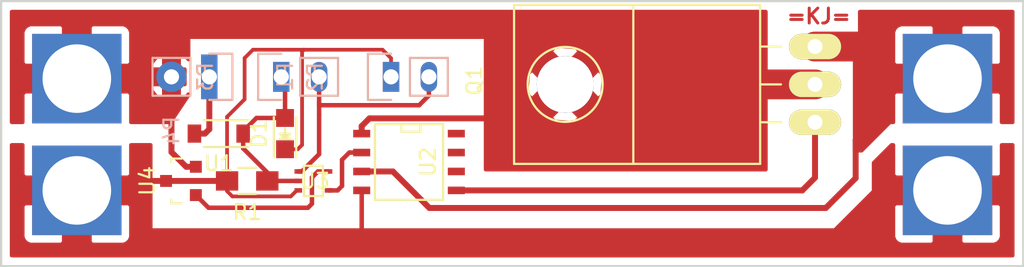
<source format=kicad_pcb>
(kicad_pcb (version 4) (host pcbnew 4.0.4+e1-6308~48~ubuntu16.04.1-stable)

  (general
    (links 24)
    (no_connects 0)
    (area 96.444999 78.664999 167.445 96.595001)
    (thickness 1.6)
    (drawings 5)
    (tracks 77)
    (zones 0)
    (modules 12)
    (nets 10)
  )

  (page A4)
  (layers
    (0 F.Cu signal)
    (31 B.Cu signal)
    (32 B.Adhes user)
    (33 F.Adhes user)
    (34 B.Paste user)
    (35 F.Paste user)
    (36 B.SilkS user hide)
    (37 F.SilkS user hide)
    (38 B.Mask user)
    (39 F.Mask user hide)
    (40 Dwgs.User user)
    (41 Cmts.User user)
    (42 Eco1.User user)
    (43 Eco2.User user)
    (44 Edge.Cuts user)
    (45 Margin user)
    (46 B.CrtYd user)
    (47 F.CrtYd user)
    (48 B.Fab user hide)
    (49 F.Fab user hide)
  )

  (setup
    (last_trace_width 2)
    (user_trace_width 0.3)
    (user_trace_width 0.4)
    (user_trace_width 0.5)
    (user_trace_width 1)
    (user_trace_width 2)
    (user_trace_width 3)
    (trace_clearance 0.2)
    (zone_clearance 0.508)
    (zone_45_only no)
    (trace_min 0.2)
    (segment_width 0.2)
    (edge_width 0.15)
    (via_size 0.6)
    (via_drill 0.4)
    (via_min_size 0.4)
    (via_min_drill 0.3)
    (uvia_size 0.3)
    (uvia_drill 0.1)
    (uvias_allowed no)
    (uvia_min_size 0.2)
    (uvia_min_drill 0.1)
    (pcb_text_width 0.3)
    (pcb_text_size 1.5 1.5)
    (mod_edge_width 0.15)
    (mod_text_size 1 1)
    (mod_text_width 0.15)
    (pad_size 2 1.1)
    (pad_drill 1.016)
    (pad_to_mask_clearance 0.2)
    (aux_axis_origin 0 0)
    (visible_elements FFFFEF7F)
    (pcbplotparams
      (layerselection 0x01000_00000001)
      (usegerberextensions false)
      (excludeedgelayer true)
      (linewidth 0.100000)
      (plotframeref false)
      (viasonmask false)
      (mode 1)
      (useauxorigin false)
      (hpglpennumber 1)
      (hpglpenspeed 20)
      (hpglpendiameter 15)
      (hpglpenoverlay 2)
      (psnegative false)
      (psa4output false)
      (plotreference true)
      (plotvalue true)
      (plotinvisibletext false)
      (padsonsilk false)
      (subtractmaskfromsilk false)
      (outputformat 1)
      (mirror false)
      (drillshape 0)
      (scaleselection 1)
      (outputdirectory "/media/mdh/FREDRIK H/KSW/"))
  )

  (net 0 "")
  (net 1 "Net-(D1-Pad2)")
  (net 2 /In-)
  (net 3 "Net-(P1-Pad1)")
  (net 4 /In+)
  (net 5 "Net-(P2-Pad2)")
  (net 6 "Net-(Q1-Pad1)")
  (net 7 /Out+)
  (net 8 "Net-(U2-Pad2)")
  (net 9 "Net-(U3-Pad5)")

  (net_class Default "This is the default net class."
    (clearance 0.2)
    (trace_width 0.25)
    (via_dia 0.6)
    (via_drill 0.4)
    (uvia_dia 0.3)
    (uvia_drill 0.1)
    (add_net /In+)
    (add_net /In-)
    (add_net /Out+)
    (add_net "Net-(D1-Pad2)")
    (add_net "Net-(P1-Pad1)")
    (add_net "Net-(P2-Pad2)")
    (add_net "Net-(Q1-Pad1)")
    (add_net "Net-(U2-Pad2)")
    (add_net "Net-(U3-Pad5)")
  )

  (module Pin_Headers:Pin_Header_Straight_1x02 (layer B.Cu) (tedit 5822F926) (tstamp 5822E302)
    (at 122.682 83.82 270)
    (descr "Through hole pin header")
    (tags "pin header")
    (path /5822E658)
    (fp_text reference P2 (at 0 5.1 270) (layer B.SilkS)
      (effects (font (size 1 1) (thickness 0.15)) (justify mirror))
    )
    (fp_text value CONN_01X02 (at 0 3.1 270) (layer B.Fab)
      (effects (font (size 1 1) (thickness 0.15)) (justify mirror))
    )
    (fp_line (start 1.27 -1.27) (end 1.27 -3.81) (layer B.SilkS) (width 0.15))
    (fp_line (start 1.55 1.55) (end 1.55 0) (layer B.SilkS) (width 0.15))
    (fp_line (start -1.75 1.75) (end -1.75 -4.3) (layer B.CrtYd) (width 0.05))
    (fp_line (start 1.75 1.75) (end 1.75 -4.3) (layer B.CrtYd) (width 0.05))
    (fp_line (start -1.75 1.75) (end 1.75 1.75) (layer B.CrtYd) (width 0.05))
    (fp_line (start -1.75 -4.3) (end 1.75 -4.3) (layer B.CrtYd) (width 0.05))
    (fp_line (start 1.27 -1.27) (end -1.27 -1.27) (layer B.SilkS) (width 0.15))
    (fp_line (start -1.55 0) (end -1.55 1.55) (layer B.SilkS) (width 0.15))
    (fp_line (start -1.55 1.55) (end 1.55 1.55) (layer B.SilkS) (width 0.15))
    (fp_line (start -1.27 -1.27) (end -1.27 -3.81) (layer B.SilkS) (width 0.15))
    (fp_line (start -1.27 -3.81) (end 1.27 -3.81) (layer B.SilkS) (width 0.15))
    (pad 1 thru_hole rect (at 0 0 270) (size 2 1.1) (drill 1.016) (layers *.Cu *.Mask)
      (net 2 /In-))
    (pad 2 thru_hole oval (at 0 -2.54 270) (size 2 1.1) (drill 1.016) (layers *.Cu *.Mask)
      (net 5 "Net-(P2-Pad2)"))
    (model Pin_Headers.3dshapes/Pin_Header_Straight_1x02.wrl
      (at (xyz 0 -0.05 0))
      (scale (xyz 1 1 1))
      (rotate (xyz 0 0 90))
    )
  )

  (module LEDs:LED_0805 (layer F.Cu) (tedit 55BDE1C2) (tstamp 58223837)
    (at 115.57 87.63 90)
    (descr "LED 0805 smd package")
    (tags "LED 0805 SMD")
    (path /5821D8B7)
    (attr smd)
    (fp_text reference D1 (at 0 -1.75 90) (layer F.SilkS)
      (effects (font (size 1 1) (thickness 0.15)))
    )
    (fp_text value 3.3v (at 0 1.75 90) (layer F.Fab)
      (effects (font (size 1 1) (thickness 0.15)))
    )
    (fp_line (start -0.4 -0.3) (end -0.4 0.3) (layer F.Fab) (width 0.15))
    (fp_line (start -0.3 0) (end 0 -0.3) (layer F.Fab) (width 0.15))
    (fp_line (start 0 0.3) (end -0.3 0) (layer F.Fab) (width 0.15))
    (fp_line (start 0 -0.3) (end 0 0.3) (layer F.Fab) (width 0.15))
    (fp_line (start 1 -0.6) (end -1 -0.6) (layer F.Fab) (width 0.15))
    (fp_line (start 1 0.6) (end 1 -0.6) (layer F.Fab) (width 0.15))
    (fp_line (start -1 0.6) (end 1 0.6) (layer F.Fab) (width 0.15))
    (fp_line (start -1 -0.6) (end -1 0.6) (layer F.Fab) (width 0.15))
    (fp_line (start -1.6 0.75) (end 1.1 0.75) (layer F.SilkS) (width 0.15))
    (fp_line (start -1.6 -0.75) (end 1.1 -0.75) (layer F.SilkS) (width 0.15))
    (fp_line (start -0.1 0.15) (end -0.1 -0.1) (layer F.SilkS) (width 0.15))
    (fp_line (start -0.1 -0.1) (end -0.25 0.05) (layer F.SilkS) (width 0.15))
    (fp_line (start -0.35 -0.35) (end -0.35 0.35) (layer F.SilkS) (width 0.15))
    (fp_line (start 0 0) (end 0.35 0) (layer F.SilkS) (width 0.15))
    (fp_line (start -0.35 0) (end 0 -0.35) (layer F.SilkS) (width 0.15))
    (fp_line (start 0 -0.35) (end 0 0.35) (layer F.SilkS) (width 0.15))
    (fp_line (start 0 0.35) (end -0.35 0) (layer F.SilkS) (width 0.15))
    (fp_line (start 1.9 -0.95) (end 1.9 0.95) (layer F.CrtYd) (width 0.05))
    (fp_line (start 1.9 0.95) (end -1.9 0.95) (layer F.CrtYd) (width 0.05))
    (fp_line (start -1.9 0.95) (end -1.9 -0.95) (layer F.CrtYd) (width 0.05))
    (fp_line (start -1.9 -0.95) (end 1.9 -0.95) (layer F.CrtYd) (width 0.05))
    (pad 2 smd rect (at 1.04902 0 270) (size 1.19888 1.19888) (layers F.Cu F.Paste F.Mask)
      (net 1 "Net-(D1-Pad2)"))
    (pad 1 smd rect (at -1.04902 0 270) (size 1.19888 1.19888) (layers F.Cu F.Paste F.Mask)
      (net 2 /In-))
    (model LEDs.3dshapes/LED_0805.wrl
      (at (xyz 0 0 0))
      (scale (xyz 1 1 1))
      (rotate (xyz 0 0 0))
    )
  )

  (module Pin_Headers:Pin_Header_Straight_1x02 (layer B.Cu) (tedit 5822F116) (tstamp 5822383D)
    (at 110.49 83.82 90)
    (descr "Through hole pin header")
    (tags "pin header")
    (path /5821D69A)
    (fp_text reference P1 (at 0 5.1 90) (layer B.SilkS)
      (effects (font (size 1 1) (thickness 0.15)) (justify mirror))
    )
    (fp_text value CONN_01X02 (at 0 3.1 90) (layer B.Fab)
      (effects (font (size 1 1) (thickness 0.15)) (justify mirror))
    )
    (fp_line (start 1.27 -1.27) (end 1.27 -3.81) (layer B.SilkS) (width 0.15))
    (fp_line (start 1.55 1.55) (end 1.55 0) (layer B.SilkS) (width 0.15))
    (fp_line (start -1.75 1.75) (end -1.75 -4.3) (layer B.CrtYd) (width 0.05))
    (fp_line (start 1.75 1.75) (end 1.75 -4.3) (layer B.CrtYd) (width 0.05))
    (fp_line (start -1.75 1.75) (end 1.75 1.75) (layer B.CrtYd) (width 0.05))
    (fp_line (start -1.75 -4.3) (end 1.75 -4.3) (layer B.CrtYd) (width 0.05))
    (fp_line (start 1.27 -1.27) (end -1.27 -1.27) (layer B.SilkS) (width 0.15))
    (fp_line (start -1.55 0) (end -1.55 1.55) (layer B.SilkS) (width 0.15))
    (fp_line (start -1.55 1.55) (end 1.55 1.55) (layer B.SilkS) (width 0.15))
    (fp_line (start -1.27 -1.27) (end -1.27 -3.81) (layer B.SilkS) (width 0.15))
    (fp_line (start -1.27 -3.81) (end 1.27 -3.81) (layer B.SilkS) (width 0.15))
    (pad 1 thru_hole rect (at 0 0 90) (size 3 1.1) (drill 1.016) (layers *.Cu *.Mask)
      (net 3 "Net-(P1-Pad1)"))
    (pad 2 thru_hole oval (at 0 -2.54 90) (size 2.032 2.032) (drill 1.016) (layers *.Cu *.Mask)
      (net 4 /In+))
    (model Pin_Headers.3dshapes/Pin_Header_Straight_1x02.wrl
      (at (xyz 0 -0.05 0))
      (scale (xyz 1 1 1))
      (rotate (xyz 0 0 90))
    )
  )

  (module KiCad-Dev:TO-220_Horizontal_LargePads_HeatsinkPad (layer F.Cu) (tedit 5818BBC2) (tstamp 58223851)
    (at 151.13 84.328 90)
    (descr TO-220)
    (tags TO-220)
    (path /5821D070)
    (fp_text reference Q1 (at 0.24892 -22.84984 90) (layer F.SilkS)
      (effects (font (size 1 1) (thickness 0.15)))
    )
    (fp_text value IRFB7537PbF (at -0.20066 4.24942 90) (layer F.Fab)
      (effects (font (size 1 1) (thickness 0.15)))
    )
    (fp_line (start -2.54 -3.683) (end -2.54 -2.286) (layer F.SilkS) (width 0.15))
    (fp_line (start 0 -3.683) (end 0 -2.286) (layer F.SilkS) (width 0.15))
    (fp_line (start 2.54 -3.683) (end 2.54 -2.286) (layer F.SilkS) (width 0.15))
    (fp_circle (center 0 -16.764) (end 1.778 -14.986) (layer F.SilkS) (width 0.15))
    (fp_line (start 5.334 -12.192) (end 5.334 -20.193) (layer F.SilkS) (width 0.15))
    (fp_line (start 5.334 -20.193) (end -5.334 -20.193) (layer F.SilkS) (width 0.15))
    (fp_line (start -5.334 -20.193) (end -5.334 -12.192) (layer F.SilkS) (width 0.15))
    (fp_line (start 5.334 -3.683) (end 5.334 -12.192) (layer F.SilkS) (width 0.15))
    (fp_line (start 5.334 -12.192) (end -5.334 -12.192) (layer F.SilkS) (width 0.15))
    (fp_line (start -5.334 -12.192) (end -5.334 -3.683) (layer F.SilkS) (width 0.15))
    (fp_line (start 0 -3.683) (end -5.334 -3.683) (layer F.SilkS) (width 0.15))
    (fp_line (start 0 -3.683) (end 5.334 -3.683) (layer F.SilkS) (width 0.15))
    (pad 2 thru_hole oval (at 0 0 180) (size 3.50012 1.69926) (drill 1.00076) (layers *.Cu *.Mask F.SilkS)
      (net 4 /In+))
    (pad 1 thru_hole oval (at -2.54 0 180) (size 3.50012 1.69926) (drill 1.00076) (layers *.Cu *.Mask F.SilkS)
      (net 6 "Net-(Q1-Pad1)"))
    (pad 3 thru_hole oval (at 2.54 0 180) (size 3.50012 1.69926) (drill 1.00076) (layers *.Cu *.Mask F.SilkS)
      (net 7 /Out+))
    (pad 2 thru_hole circle (at 0 -16.764 180) (size 3.79984 3.79984) (drill 3.79984) (layers *.Cu *.Mask)
      (net 4 /In+))
    (model TO_SOT_Packages_THT.3dshapes/TO-220_Neutral123_Horizontal_LargePads.wrl
      (at (xyz 0 0 0))
      (scale (xyz 0.3937 0.3937 0.3937))
      (rotate (xyz 0 0 0))
    )
  )

  (module Resistors_SMD:R_0805_HandSoldering (layer F.Cu) (tedit 54189DEE) (tstamp 58223857)
    (at 113.03 90.805 180)
    (descr "Resistor SMD 0805, hand soldering")
    (tags "resistor 0805")
    (path /5821DB51)
    (attr smd)
    (fp_text reference R1 (at 0 -2.1 180) (layer F.SilkS)
      (effects (font (size 1 1) (thickness 0.15)))
    )
    (fp_text value 10k (at 0 2.1 180) (layer F.Fab)
      (effects (font (size 1 1) (thickness 0.15)))
    )
    (fp_line (start -2.4 -1) (end 2.4 -1) (layer F.CrtYd) (width 0.05))
    (fp_line (start -2.4 1) (end 2.4 1) (layer F.CrtYd) (width 0.05))
    (fp_line (start -2.4 -1) (end -2.4 1) (layer F.CrtYd) (width 0.05))
    (fp_line (start 2.4 -1) (end 2.4 1) (layer F.CrtYd) (width 0.05))
    (fp_line (start 0.6 0.875) (end -0.6 0.875) (layer F.SilkS) (width 0.15))
    (fp_line (start -0.6 -0.875) (end 0.6 -0.875) (layer F.SilkS) (width 0.15))
    (pad 1 smd rect (at -1.35 0 180) (size 1.5 1.3) (layers F.Cu F.Paste F.Mask)
      (net 1 "Net-(D1-Pad2)"))
    (pad 2 smd rect (at 1.35 0 180) (size 1.5 1.3) (layers F.Cu F.Paste F.Mask)
      (net 2 /In-))
    (model Resistors_SMD.3dshapes/R_0805_HandSoldering.wrl
      (at (xyz 0 0 0))
      (scale (xyz 1 1 1))
      (rotate (xyz 0 0 0))
    )
  )

  (module Diodes_SMD:SOD-123 (layer F.Cu) (tedit 5753A53E) (tstamp 5822385D)
    (at 111.125 87.63 180)
    (descr SOD-123)
    (tags SOD-123)
    (path /58223917)
    (attr smd)
    (fp_text reference U1 (at 0 -2 180) (layer F.SilkS)
      (effects (font (size 1 1) (thickness 0.15)))
    )
    (fp_text value NSI45020AT1G (at 0 2.1 180) (layer F.Fab)
      (effects (font (size 1 1) (thickness 0.15)))
    )
    (fp_line (start 0.25 0) (end 0.75 0) (layer F.Fab) (width 0.15))
    (fp_line (start 0.25 0.4) (end -0.35 0) (layer F.Fab) (width 0.15))
    (fp_line (start 0.25 -0.4) (end 0.25 0.4) (layer F.Fab) (width 0.15))
    (fp_line (start -0.35 0) (end 0.25 -0.4) (layer F.Fab) (width 0.15))
    (fp_line (start -0.35 0) (end -0.35 0.55) (layer F.Fab) (width 0.15))
    (fp_line (start -0.35 0) (end -0.35 -0.55) (layer F.Fab) (width 0.15))
    (fp_line (start -0.75 0) (end -0.35 0) (layer F.Fab) (width 0.15))
    (fp_line (start -1.35 0.8) (end -1.35 -0.8) (layer F.Fab) (width 0.15))
    (fp_line (start 1.35 0.8) (end -1.35 0.8) (layer F.Fab) (width 0.15))
    (fp_line (start 1.35 -0.8) (end 1.35 0.8) (layer F.Fab) (width 0.15))
    (fp_line (start -1.35 -0.8) (end 1.35 -0.8) (layer F.Fab) (width 0.15))
    (fp_line (start -2.25 -1.05) (end 2.25 -1.05) (layer F.CrtYd) (width 0.05))
    (fp_line (start 2.25 -1.05) (end 2.25 1.05) (layer F.CrtYd) (width 0.05))
    (fp_line (start 2.25 1.05) (end -2.25 1.05) (layer F.CrtYd) (width 0.05))
    (fp_line (start -2.25 -1.05) (end -2.25 1.05) (layer F.CrtYd) (width 0.05))
    (fp_line (start -2 0.9) (end 1 0.9) (layer F.SilkS) (width 0.15))
    (fp_line (start -2 -0.9) (end 1 -0.9) (layer F.SilkS) (width 0.15))
    (pad 1 smd rect (at -1.635 0 180) (size 0.91 1.22) (layers F.Cu F.Paste F.Mask)
      (net 1 "Net-(D1-Pad2)"))
    (pad 2 smd rect (at 1.635 0 180) (size 0.91 1.22) (layers F.Cu F.Paste F.Mask)
      (net 3 "Net-(P1-Pad1)"))
    (model ${KISYS3DMOD}/Diodes_SMD.3dshapes/SOD-123.wrl
      (at (xyz 0 0 0))
      (scale (xyz 1 1 1))
      (rotate (xyz 0 0 0))
    )
  )

  (module SMD_Packages:SOIC-8-N (layer F.Cu) (tedit 0) (tstamp 58223869)
    (at 123.8885 89.535 270)
    (descr "Module Narrow CMS SOJ 8 pins large")
    (tags "CMS SOJ")
    (path /5821D4BC)
    (attr smd)
    (fp_text reference U2 (at 0 -1.27 270) (layer F.SilkS)
      (effects (font (size 1 1) (thickness 0.15)))
    )
    (fp_text value MIC5014 (at 0 1.27 270) (layer F.Fab)
      (effects (font (size 1 1) (thickness 0.15)))
    )
    (fp_line (start -2.54 -2.286) (end 2.54 -2.286) (layer F.SilkS) (width 0.15))
    (fp_line (start 2.54 -2.286) (end 2.54 2.286) (layer F.SilkS) (width 0.15))
    (fp_line (start 2.54 2.286) (end -2.54 2.286) (layer F.SilkS) (width 0.15))
    (fp_line (start -2.54 2.286) (end -2.54 -2.286) (layer F.SilkS) (width 0.15))
    (fp_line (start -2.54 -0.762) (end -2.032 -0.762) (layer F.SilkS) (width 0.15))
    (fp_line (start -2.032 -0.762) (end -2.032 0.508) (layer F.SilkS) (width 0.15))
    (fp_line (start -2.032 0.508) (end -2.54 0.508) (layer F.SilkS) (width 0.15))
    (pad 8 smd rect (at -1.905 -3.175 270) (size 0.508 1.143) (layers F.Cu F.Paste F.Mask))
    (pad 7 smd rect (at -0.635 -3.175 270) (size 0.508 1.143) (layers F.Cu F.Paste F.Mask))
    (pad 6 smd rect (at 0.635 -3.175 270) (size 0.508 1.143) (layers F.Cu F.Paste F.Mask))
    (pad 5 smd rect (at 1.905 -3.175 270) (size 0.508 1.143) (layers F.Cu F.Paste F.Mask)
      (net 6 "Net-(Q1-Pad1)"))
    (pad 4 smd rect (at 1.905 3.175 270) (size 0.508 1.143) (layers F.Cu F.Paste F.Mask)
      (net 2 /In-))
    (pad 3 smd rect (at 0.635 3.175 270) (size 0.508 1.143) (layers F.Cu F.Paste F.Mask)
      (net 7 /Out+))
    (pad 2 smd rect (at -0.635 3.175 270) (size 0.508 1.143) (layers F.Cu F.Paste F.Mask)
      (net 8 "Net-(U2-Pad2)"))
    (pad 1 smd rect (at -1.905 3.175 270) (size 0.508 1.143) (layers F.Cu F.Paste F.Mask)
      (net 4 /In+))
    (model SMD_Packages.3dshapes/SOIC-8-N.wrl
      (at (xyz 0 0 0))
      (scale (xyz 0.5 0.38 0.5))
      (rotate (xyz 0 0 0))
    )
  )

  (module TO_SOT_Packages_SMD:SOT-353 (layer F.Cu) (tedit 0) (tstamp 58223872)
    (at 117.475 90.805)
    (descr SOT353)
    (path /5822357C)
    (attr smd)
    (fp_text reference U3 (at 0.09906 0 180) (layer F.SilkS)
      (effects (font (size 1 1) (thickness 0.15)))
    )
    (fp_text value 74LVC1G08 (at 0.09906 0 90) (layer F.Fab)
      (effects (font (size 1 1) (thickness 0.15)))
    )
    (fp_line (start 0.635 1.016) (end 0.635 -1.016) (layer F.SilkS) (width 0.15))
    (fp_line (start 0.635 -1.016) (end -0.635 -1.016) (layer F.SilkS) (width 0.15))
    (fp_line (start -0.635 -1.016) (end -0.635 1.016) (layer F.SilkS) (width 0.15))
    (fp_line (start -0.635 1.016) (end 0.635 1.016) (layer F.SilkS) (width 0.15))
    (pad 1 smd rect (at -1.016 -0.635) (size 0.508 0.3048) (layers F.Cu F.Paste F.Mask)
      (net 5 "Net-(P2-Pad2)"))
    (pad 3 smd rect (at -1.016 0.635) (size 0.508 0.3048) (layers F.Cu F.Paste F.Mask)
      (net 2 /In-))
    (pad 5 smd rect (at 1.016 -0.635) (size 0.508 0.3048) (layers F.Cu F.Paste F.Mask)
      (net 9 "Net-(U3-Pad5)"))
    (pad 2 smd rect (at -1.016 0) (size 0.508 0.3048) (layers F.Cu F.Paste F.Mask)
      (net 1 "Net-(D1-Pad2)"))
    (pad 4 smd rect (at 1.016 0.635) (size 0.508 0.3048) (layers F.Cu F.Paste F.Mask)
      (net 8 "Net-(U2-Pad2)"))
    (model TO_SOT_Packages_SMD.3dshapes/SOT-353.wrl
      (at (xyz 0 0 0))
      (scale (xyz 0.07000000000000001 0.09 0.08))
      (rotate (xyz 0 0 90))
    )
  )

  (module KiCad-Dev:XT60 (layer B.Cu) (tedit 581F53A9) (tstamp 58223891)
    (at 101.6 91.44 90)
    (tags "XT60 conn")
    (path /5822400C)
    (fp_text reference P4 (at 4 6.35 90) (layer B.SilkS)
      (effects (font (size 1 1) (thickness 0.15)) (justify mirror))
    )
    (fp_text value CONN_XT60 (at 3.81 5 90) (layer B.Fab)
      (effects (font (size 1 1) (thickness 0.15)) (justify mirror))
    )
    (fp_line (start -4.5 -2) (end -4.5 2) (layer Dwgs.User) (width 0.15))
    (fp_line (start -4.5 -2) (end -2.5 -4) (layer Dwgs.User) (width 0.15))
    (fp_line (start -4.5 2) (end -2.5 4) (layer Dwgs.User) (width 0.15))
    (fp_line (start 11.5 -4) (end -2.5 -4) (layer Dwgs.User) (width 0.15))
    (fp_line (start -2.5 4) (end 11.5 4) (layer Dwgs.User) (width 0.15))
    (fp_line (start 11.5 -4) (end 11.5 4) (layer Dwgs.User) (width 0.15))
    (pad 1 thru_hole rect (at 0 0 90) (size 6 6) (drill 4.6) (layers *.Cu *.Mask)
      (net 2 /In-))
    (pad 2 thru_hole rect (at 7.5 0 90) (size 6 6) (drill 4.6) (layers *.Cu *.Mask)
      (net 4 /In+))
  )

  (module KiCad-Dev:XT60 (layer B.Cu) (tedit 581F53A9) (tstamp 58223897)
    (at 160.02 91.44 90)
    (tags "XT60 conn")
    (path /582240B2)
    (fp_text reference P5 (at 4 6.35 90) (layer B.SilkS)
      (effects (font (size 1 1) (thickness 0.15)) (justify mirror))
    )
    (fp_text value CONN_XT60 (at 3.81 5 90) (layer B.Fab)
      (effects (font (size 1 1) (thickness 0.15)) (justify mirror))
    )
    (fp_line (start -4.5 -2) (end -4.5 2) (layer Dwgs.User) (width 0.15))
    (fp_line (start -4.5 -2) (end -2.5 -4) (layer Dwgs.User) (width 0.15))
    (fp_line (start -4.5 2) (end -2.5 4) (layer Dwgs.User) (width 0.15))
    (fp_line (start 11.5 -4) (end -2.5 -4) (layer Dwgs.User) (width 0.15))
    (fp_line (start -2.5 4) (end 11.5 4) (layer Dwgs.User) (width 0.15))
    (fp_line (start 11.5 -4) (end 11.5 4) (layer Dwgs.User) (width 0.15))
    (pad 1 thru_hole rect (at 0 0 90) (size 6 6) (drill 4.6) (layers *.Cu *.Mask)
      (net 2 /In-))
    (pad 2 thru_hole rect (at 7.5 0 90) (size 6 6) (drill 4.6) (layers *.Cu *.Mask)
      (net 7 /Out+))
  )

  (module Pin_Headers:Pin_Header_Straight_1x02 (layer B.Cu) (tedit 5822F8F2) (tstamp 58223C48)
    (at 115.316 83.82 270)
    (descr "Through hole pin header")
    (tags "pin header")
    (path /5821FA68)
    (fp_text reference P3 (at 0 5.1 270) (layer B.SilkS)
      (effects (font (size 1 1) (thickness 0.15)) (justify mirror))
    )
    (fp_text value CONN_01X02 (at 0 3.1 270) (layer B.Fab)
      (effects (font (size 1 1) (thickness 0.15)) (justify mirror))
    )
    (fp_line (start 1.27 -1.27) (end 1.27 -3.81) (layer B.SilkS) (width 0.15))
    (fp_line (start 1.55 1.55) (end 1.55 0) (layer B.SilkS) (width 0.15))
    (fp_line (start -1.75 1.75) (end -1.75 -4.3) (layer B.CrtYd) (width 0.05))
    (fp_line (start 1.75 1.75) (end 1.75 -4.3) (layer B.CrtYd) (width 0.05))
    (fp_line (start -1.75 1.75) (end 1.75 1.75) (layer B.CrtYd) (width 0.05))
    (fp_line (start -1.75 -4.3) (end 1.75 -4.3) (layer B.CrtYd) (width 0.05))
    (fp_line (start 1.27 -1.27) (end -1.27 -1.27) (layer B.SilkS) (width 0.15))
    (fp_line (start -1.55 0) (end -1.55 1.55) (layer B.SilkS) (width 0.15))
    (fp_line (start -1.55 1.55) (end 1.55 1.55) (layer B.SilkS) (width 0.15))
    (fp_line (start -1.27 -1.27) (end -1.27 -3.81) (layer B.SilkS) (width 0.15))
    (fp_line (start -1.27 -3.81) (end 1.27 -3.81) (layer B.SilkS) (width 0.15))
    (pad 1 thru_hole rect (at 0 0 270) (size 2 1.1) (drill 1.016) (layers *.Cu *.Mask)
      (net 1 "Net-(D1-Pad2)"))
    (pad 2 thru_hole oval (at 0 -2.54 270) (size 2 1.1) (drill 1.016) (layers *.Cu *.Mask)
      (net 5 "Net-(P2-Pad2)"))
    (model Pin_Headers.3dshapes/Pin_Header_Straight_1x02.wrl
      (at (xyz 0 -0.05 0))
      (scale (xyz 1 1 1))
      (rotate (xyz 0 0 90))
    )
  )

  (module TO_SOT_Packages_SMD:SOT-23 (layer F.Cu) (tedit 553634F8) (tstamp 5822E30D)
    (at 108.585 90.805 90)
    (descr "SOT-23, Standard")
    (tags SOT-23)
    (path /5822E2E2)
    (attr smd)
    (fp_text reference U4 (at 0 -2.25 90) (layer F.SilkS)
      (effects (font (size 1 1) (thickness 0.15)))
    )
    (fp_text value LM3480-3.3 (at 0 2.3 90) (layer F.Fab)
      (effects (font (size 1 1) (thickness 0.15)))
    )
    (fp_line (start -1.65 -1.6) (end 1.65 -1.6) (layer F.CrtYd) (width 0.05))
    (fp_line (start 1.65 -1.6) (end 1.65 1.6) (layer F.CrtYd) (width 0.05))
    (fp_line (start 1.65 1.6) (end -1.65 1.6) (layer F.CrtYd) (width 0.05))
    (fp_line (start -1.65 1.6) (end -1.65 -1.6) (layer F.CrtYd) (width 0.05))
    (fp_line (start 1.29916 -0.65024) (end 1.2509 -0.65024) (layer F.SilkS) (width 0.15))
    (fp_line (start -1.49982 0.0508) (end -1.49982 -0.65024) (layer F.SilkS) (width 0.15))
    (fp_line (start -1.49982 -0.65024) (end -1.2509 -0.65024) (layer F.SilkS) (width 0.15))
    (fp_line (start 1.29916 -0.65024) (end 1.49982 -0.65024) (layer F.SilkS) (width 0.15))
    (fp_line (start 1.49982 -0.65024) (end 1.49982 0.0508) (layer F.SilkS) (width 0.15))
    (pad 1 smd rect (at -0.95 1.00076 90) (size 0.8001 0.8001) (layers F.Cu F.Paste F.Mask)
      (net 9 "Net-(U3-Pad5)"))
    (pad 2 smd rect (at 0.95 1.00076 90) (size 0.8001 0.8001) (layers F.Cu F.Paste F.Mask)
      (net 4 /In+))
    (pad 3 smd rect (at 0 -0.99822 90) (size 0.8001 0.8001) (layers F.Cu F.Paste F.Mask)
      (net 2 /In-))
    (model TO_SOT_Packages_SMD.3dshapes/SOT-23.wrl
      (at (xyz 0 0 0))
      (scale (xyz 1 1 1))
      (rotate (xyz 0 0 0))
    )
  )

  (gr_text =KJ= (at 151.384 79.756) (layer F.Cu)
    (effects (font (size 1 1) (thickness 0.2)))
  )
  (gr_line (start 165.1 78.74) (end 96.52 78.74) (layer Edge.Cuts) (width 0.15))
  (gr_line (start 165.1 96.52) (end 165.1 78.74) (layer Edge.Cuts) (width 0.15))
  (gr_line (start 96.52 96.52) (end 165.1 96.52) (layer Edge.Cuts) (width 0.15))
  (gr_line (start 96.52 78.74) (end 96.52 96.52) (layer Edge.Cuts) (width 0.15))

  (segment (start 115.57 86.58098) (end 115.57 84.074) (width 0.3) (layer F.Cu) (net 1))
  (segment (start 115.57 84.074) (end 115.316 83.82) (width 0.3) (layer F.Cu) (net 1))
  (segment (start 114.38 90.805) (end 114.38 90.240501) (width 0.3) (layer F.Cu) (net 1))
  (segment (start 114.38 90.240501) (end 112.76 88.620501) (width 0.3) (layer F.Cu) (net 1))
  (segment (start 112.76 88.620501) (end 112.76 87.63) (width 0.3) (layer F.Cu) (net 1))
  (segment (start 116.459 90.805) (end 114.38 90.805) (width 0.3) (layer F.Cu) (net 1))
  (segment (start 115.57 86.58098) (end 113.65402 86.58098) (width 0.3) (layer F.Cu) (net 1))
  (segment (start 113.65402 86.58098) (end 112.76 87.475) (width 0.3) (layer F.Cu) (net 1))
  (segment (start 112.76 87.475) (end 112.76 87.63) (width 0.3) (layer F.Cu) (net 1))
  (segment (start 122.113664 82.001664) (end 122.682 82.57) (width 0.25) (layer F.Cu) (net 2))
  (segment (start 122.682 82.57) (end 122.682 83.82) (width 0.25) (layer F.Cu) (net 2))
  (segment (start 120.7135 91.44) (end 120.7135 95.1865) (width 0.3) (layer F.Cu) (net 2))
  (segment (start 113.416031 82.001664) (end 116.84 82.001664) (width 0.25) (layer F.Cu) (net 2))
  (segment (start 116.713 88.38546) (end 116.713 82.128664) (width 0.25) (layer F.Cu) (net 2))
  (segment (start 116.84 82.001664) (end 122.113664 82.001664) (width 0.25) (layer F.Cu) (net 2))
  (segment (start 115.57 88.67902) (end 116.41944 88.67902) (width 0.25) (layer F.Cu) (net 2))
  (segment (start 116.41944 88.67902) (end 116.713 88.38546) (width 0.25) (layer F.Cu) (net 2))
  (segment (start 116.713 82.128664) (end 116.84 82.001664) (width 0.25) (layer F.Cu) (net 2))
  (segment (start 111.68 90.805) (end 111.68 86.5035) (width 0.25) (layer F.Cu) (net 2))
  (segment (start 111.68 86.5035) (end 112.858018 85.325482) (width 0.25) (layer F.Cu) (net 2))
  (segment (start 112.858018 85.325482) (end 112.858018 82.559677) (width 0.25) (layer F.Cu) (net 2))
  (segment (start 112.858018 82.559677) (end 113.416031 82.001664) (width 0.25) (layer F.Cu) (net 2))
  (segment (start 107.58678 90.805) (end 106.045 90.805) (width 0.4) (layer F.Cu) (net 2))
  (segment (start 116.459 91.44) (end 116.3574 91.44) (width 0.25) (layer F.Cu) (net 2))
  (segment (start 115.955 91.8424) (end 112.034634 91.8424) (width 0.25) (layer F.Cu) (net 2))
  (segment (start 116.3574 91.44) (end 115.955 91.8424) (width 0.25) (layer F.Cu) (net 2))
  (segment (start 112.034634 91.8424) (end 111.68 91.487766) (width 0.25) (layer F.Cu) (net 2))
  (segment (start 111.68 91.487766) (end 111.68 90.805) (width 0.25) (layer F.Cu) (net 2))
  (segment (start 111.68 90.709175) (end 111.68 90.805) (width 0.25) (layer F.Cu) (net 2))
  (segment (start 111.68 90.805) (end 107.58678 90.805) (width 0.4) (layer F.Cu) (net 2))
  (segment (start 110.49 83.82) (end 110.49 87.335) (width 0.4) (layer F.Cu) (net 3))
  (segment (start 110.49 87.335) (end 110.195 87.63) (width 0.4) (layer F.Cu) (net 3))
  (segment (start 110.195 87.63) (end 109.49 87.63) (width 0.4) (layer F.Cu) (net 3))
  (segment (start 151.13 84.328) (end 147.37994 84.328) (width 2) (layer F.Cu) (net 4))
  (segment (start 147.37994 84.328) (end 146.87194 83.82) (width 2) (layer F.Cu) (net 4))
  (segment (start 120.7135 87.63) (end 120.7135 87.126) (width 0.4) (layer F.Cu) (net 4))
  (segment (start 120.7135 87.126) (end 121.234436 86.605064) (width 0.4) (layer F.Cu) (net 4))
  (segment (start 121.234436 86.605064) (end 129.929936 86.605064) (width 0.4) (layer F.Cu) (net 4))
  (segment (start 129.929936 86.605064) (end 130.175 86.36) (width 0.25) (layer F.Cu) (net 4))
  (segment (start 109.58576 89.855) (end 108.93571 89.855) (width 0.4) (layer F.Cu) (net 4))
  (segment (start 108.93571 89.855) (end 107.95 88.86929) (width 0.4) (layer F.Cu) (net 4))
  (segment (start 107.95 88.86929) (end 107.95 85.25684) (width 0.4) (layer F.Cu) (net 4))
  (segment (start 107.95 85.25684) (end 107.95 83.82) (width 0.25) (layer F.Cu) (net 4))
  (segment (start 117.856 86.36) (end 117.856 85.725) (width 0.3) (layer F.Cu) (net 5))
  (segment (start 117.856 85.725) (end 117.856 85.57) (width 0.3) (layer F.Cu) (net 5))
  (segment (start 125.222 83.82) (end 125.222 85.07) (width 0.3) (layer F.Cu) (net 5))
  (segment (start 125.222 85.07) (end 124.567 85.725) (width 0.3) (layer F.Cu) (net 5))
  (segment (start 124.567 85.725) (end 117.856 85.725) (width 0.3) (layer F.Cu) (net 5))
  (segment (start 117.856 83.82) (end 117.856 83.510246) (width 0.3) (layer F.Cu) (net 5))
  (segment (start 117.856 89.010138) (end 117.856 86.36) (width 0.3) (layer F.Cu) (net 5))
  (segment (start 116.459 90.17) (end 116.696138 90.17) (width 0.3) (layer F.Cu) (net 5))
  (segment (start 117.856 85.57) (end 117.856 83.82) (width 0.3) (layer F.Cu) (net 5))
  (segment (start 116.696138 90.17) (end 117.856 89.010138) (width 0.3) (layer F.Cu) (net 5))
  (segment (start 151.13 86.868) (end 151.13 90.587528) (width 0.4) (layer F.Cu) (net 6))
  (segment (start 151.13 90.587528) (end 150.277528 91.44) (width 0.4) (layer F.Cu) (net 6))
  (segment (start 150.277528 91.44) (end 127.885 91.44) (width 0.4) (layer F.Cu) (net 6))
  (segment (start 127.885 91.44) (end 127.0635 91.44) (width 0.4) (layer F.Cu) (net 6))
  (segment (start 120.7135 90.17) (end 122.805943 90.17) (width 0.4) (layer F.Cu) (net 7))
  (segment (start 122.805943 90.17) (end 125.25507 92.619127) (width 0.4) (layer F.Cu) (net 7))
  (segment (start 125.25507 92.619127) (end 151.855873 92.619127) (width 0.4) (layer F.Cu) (net 7))
  (segment (start 151.855873 92.619127) (end 153.857278 90.617722) (width 0.4) (layer F.Cu) (net 7))
  (segment (start 153.857278 90.617722) (end 153.857278 88.077722) (width 0.4) (layer F.Cu) (net 7))
  (segment (start 153.857278 88.077722) (end 154.305 87.63) (width 0.4) (layer F.Cu) (net 7))
  (segment (start 151.13 81.788) (end 154.88006 81.788) (width 2) (layer F.Cu) (net 7))
  (segment (start 154.88006 81.788) (end 154.94 81.84794) (width 2) (layer F.Cu) (net 7))
  (segment (start 120.7135 88.9) (end 119.882616 88.9) (width 0.3) (layer F.Cu) (net 8))
  (segment (start 119.882616 88.9) (end 119.394404 89.388212) (width 0.3) (layer F.Cu) (net 8))
  (segment (start 119.394404 89.388212) (end 119.394404 91.143012) (width 0.3) (layer F.Cu) (net 8))
  (segment (start 119.394404 91.143012) (end 119.097416 91.44) (width 0.3) (layer F.Cu) (net 8))
  (segment (start 119.097416 91.44) (end 118.491 91.44) (width 0.3) (layer F.Cu) (net 8))
  (segment (start 109.58576 91.755) (end 109.58576 91.755739) (width 0.3) (layer F.Cu) (net 9))
  (segment (start 109.58576 91.755739) (end 110.434325 92.604304) (width 0.3) (layer F.Cu) (net 9))
  (segment (start 117.77859 90.17) (end 118.491 90.17) (width 0.3) (layer F.Cu) (net 9))
  (segment (start 117.375023 90.573567) (end 117.77859 90.17) (width 0.3) (layer F.Cu) (net 9))
  (segment (start 117.375023 92.337155) (end 117.375023 90.573567) (width 0.3) (layer F.Cu) (net 9))
  (segment (start 117.107874 92.604304) (end 117.375023 92.337155) (width 0.3) (layer F.Cu) (net 9))
  (segment (start 110.434325 92.604304) (end 117.107874 92.604304) (width 0.3) (layer F.Cu) (net 9))

  (zone (net 7) (net_name /Out+) (layer F.Cu) (tstamp 0) (hatch edge 0.508)
    (connect_pads (clearance 0.508))
    (min_thickness 0.254)
    (fill yes (arc_segments 16) (thermal_gap 0.508) (thermal_bridge_width 2))
    (polygon
      (pts
        (xy 156.21 86.995) (xy 165.1 86.995) (xy 165.1 78.74) (xy 153.67 78.74) (xy 153.67 88.9)
        (xy 154.305 88.9)
      )
    )
    (filled_polygon
      (pts
        (xy 164.39 86.868) (xy 163.655 86.868) (xy 163.655 84.97175) (xy 163.49625 84.813) (xy 160.893 84.813)
        (xy 160.893 84.833) (xy 159.147 84.833) (xy 159.147 84.813) (xy 156.54375 84.813) (xy 156.385 84.97175)
        (xy 156.385 86.868) (xy 156.21 86.868) (xy 156.16059 86.878006) (xy 156.120197 86.905197) (xy 154.252394 88.773)
        (xy 153.797 88.773) (xy 153.797 81.291) (xy 154.138048 81.291) (xy 154.138048 80.813691) (xy 156.385 80.813691)
        (xy 156.385 82.90825) (xy 156.54375 83.067) (xy 159.147 83.067) (xy 159.147 80.46375) (xy 160.893 80.46375)
        (xy 160.893 83.067) (xy 163.49625 83.067) (xy 163.655 82.90825) (xy 163.655 80.813691) (xy 163.558327 80.580302)
        (xy 163.379699 80.401673) (xy 163.14631 80.305) (xy 161.05175 80.305) (xy 160.893 80.46375) (xy 159.147 80.46375)
        (xy 158.98825 80.305) (xy 156.89369 80.305) (xy 156.660301 80.401673) (xy 156.481673 80.580302) (xy 156.385 80.813691)
        (xy 154.138048 80.813691) (xy 154.138048 79.45) (xy 164.39 79.45)
      )
    )
  )
  (zone (net 4) (net_name /In+) (layer F.Cu) (tstamp 0) (hatch edge 0.508)
    (connect_pads (clearance 0.508))
    (min_thickness 0.254)
    (fill yes (arc_segments 16) (thermal_gap 0.508) (thermal_bridge_width 2))
    (polygon
      (pts
        (xy 96.52 86.995) (xy 96.52 78.74) (xy 147.955 78.74) (xy 147.955 90.17) (xy 128.905 90.17)
        (xy 128.905 81.28) (xy 109.22 81.28) (xy 109.22 85.09) (xy 107.95 86.995)
      )
    )
    (filled_polygon
      (pts
        (xy 147.828 90.043) (xy 129.032 90.043) (xy 129.032 86.5457) (xy 133.382909 86.5457) (xy 133.642378 86.809216)
        (xy 134.646981 86.897263) (xy 135.089622 86.809216) (xy 135.349091 86.5457) (xy 134.366 85.562608) (xy 133.382909 86.5457)
        (xy 129.032 86.5457) (xy 129.032 84.608981) (xy 131.796737 84.608981) (xy 131.884784 85.051622) (xy 132.1483 85.311091)
        (xy 133.131392 84.328) (xy 135.600608 84.328) (xy 136.5837 85.311091) (xy 136.847216 85.051622) (xy 136.935263 84.047019)
        (xy 136.847216 83.604378) (xy 136.5837 83.344909) (xy 135.600608 84.328) (xy 133.131392 84.328) (xy 132.1483 83.344909)
        (xy 131.884784 83.604378) (xy 131.796737 84.608981) (xy 129.032 84.608981) (xy 129.032 82.1103) (xy 133.382909 82.1103)
        (xy 134.366 83.093392) (xy 135.349091 82.1103) (xy 135.089622 81.846784) (xy 134.085019 81.758737) (xy 133.642378 81.846784)
        (xy 133.382909 82.1103) (xy 129.032 82.1103) (xy 129.032 81.28) (xy 129.021994 81.23059) (xy 128.993553 81.188965)
        (xy 128.951159 81.161685) (xy 128.905 81.153) (xy 109.22 81.153) (xy 109.17059 81.163006) (xy 109.128965 81.191447)
        (xy 109.101685 81.233841) (xy 109.093 81.28) (xy 109.093 82.653802) (xy 109.024017 82.566045) (xy 108.697489 82.347906)
        (xy 108.458 82.41688) (xy 108.458 83.312) (xy 108.843 83.312) (xy 108.843 84.328) (xy 108.458 84.328)
        (xy 108.458 85.22312) (xy 108.697489 85.292094) (xy 109.024017 85.073955) (xy 109.093 84.986198) (xy 109.093 85.051548)
        (xy 107.882032 86.868) (xy 105.235 86.868) (xy 105.235 84.97175) (xy 105.07625 84.813) (xy 102.473 84.813)
        (xy 102.473 84.833) (xy 100.727 84.833) (xy 100.727 84.813) (xy 98.12375 84.813) (xy 97.965 84.97175)
        (xy 97.965 86.868) (xy 97.23 86.868) (xy 97.23 84.567495) (xy 106.47787 84.567495) (xy 106.875983 85.073955)
        (xy 107.202511 85.292094) (xy 107.442 85.22312) (xy 107.442 84.328) (xy 106.53781 84.328) (xy 106.47787 84.567495)
        (xy 97.23 84.567495) (xy 97.23 83.072505) (xy 106.47787 83.072505) (xy 106.53781 83.312) (xy 107.442 83.312)
        (xy 107.442 82.41688) (xy 107.202511 82.347906) (xy 106.875983 82.566045) (xy 106.47787 83.072505) (xy 97.23 83.072505)
        (xy 97.23 80.813691) (xy 97.965 80.813691) (xy 97.965 82.90825) (xy 98.12375 83.067) (xy 100.727 83.067)
        (xy 100.727 80.46375) (xy 102.473 80.46375) (xy 102.473 83.067) (xy 105.07625 83.067) (xy 105.235 82.90825)
        (xy 105.235 80.813691) (xy 105.138327 80.580302) (xy 104.959699 80.401673) (xy 104.72631 80.305) (xy 102.63175 80.305)
        (xy 102.473 80.46375) (xy 100.727 80.46375) (xy 100.56825 80.305) (xy 98.47369 80.305) (xy 98.240301 80.401673)
        (xy 98.061673 80.580302) (xy 97.965 80.813691) (xy 97.23 80.813691) (xy 97.23 79.45) (xy 147.828 79.45)
      )
    )
  )
  (zone (net 2) (net_name /In-) (layer F.Cu) (tstamp 0) (hatch edge 0.508)
    (connect_pads (clearance 0.508))
    (min_thickness 0.254)
    (fill yes (arc_segments 16) (thermal_gap 0.508) (thermal_bridge_width 2))
    (polygon
      (pts
        (xy 96.52 88.265) (xy 106.68 88.265) (xy 106.68 91.44) (xy 106.68 93.98) (xy 152.4 93.98)
        (xy 154.94 91.44) (xy 154.94 89.535) (xy 156.21 88.265) (xy 165.1 88.265) (xy 165.1 96.52)
        (xy 96.52 96.52)
      )
    )
    (filled_polygon
      (pts
        (xy 97.965 90.40825) (xy 98.12375 90.567) (xy 100.727 90.567) (xy 100.727 90.547) (xy 102.473 90.547)
        (xy 102.473 90.567) (xy 105.07625 90.567) (xy 105.235 90.40825) (xy 105.235 88.392) (xy 106.553 88.392)
        (xy 106.553 90.275575) (xy 106.55173 90.278641) (xy 106.55173 90.446225) (xy 106.553 90.447495) (xy 106.553 91.162505)
        (xy 106.55173 91.163775) (xy 106.55173 91.331359) (xy 106.553 91.334425) (xy 106.553 93.98) (xy 106.563006 94.02941)
        (xy 106.591447 94.071035) (xy 106.633841 94.098315) (xy 106.68 94.107) (xy 152.4 94.107) (xy 152.44941 94.096994)
        (xy 152.489803 94.069803) (xy 154.087856 92.47175) (xy 156.385 92.47175) (xy 156.385 94.566309) (xy 156.481673 94.799698)
        (xy 156.660301 94.978327) (xy 156.89369 95.075) (xy 158.98825 95.075) (xy 159.147 94.91625) (xy 159.147 92.313)
        (xy 160.893 92.313) (xy 160.893 94.91625) (xy 161.05175 95.075) (xy 163.14631 95.075) (xy 163.379699 94.978327)
        (xy 163.558327 94.799698) (xy 163.655 94.566309) (xy 163.655 92.47175) (xy 163.49625 92.313) (xy 160.893 92.313)
        (xy 159.147 92.313) (xy 156.54375 92.313) (xy 156.385 92.47175) (xy 154.087856 92.47175) (xy 155.029803 91.529803)
        (xy 155.057666 91.487789) (xy 155.067 91.44) (xy 155.067 89.587606) (xy 156.262606 88.392) (xy 156.385 88.392)
        (xy 156.385 90.40825) (xy 156.54375 90.567) (xy 159.147 90.567) (xy 159.147 90.547) (xy 160.893 90.547)
        (xy 160.893 90.567) (xy 163.49625 90.567) (xy 163.655 90.40825) (xy 163.655 88.392) (xy 164.39 88.392)
        (xy 164.39 95.81) (xy 97.23 95.81) (xy 97.23 92.47175) (xy 97.965 92.47175) (xy 97.965 94.566309)
        (xy 98.061673 94.799698) (xy 98.240301 94.978327) (xy 98.47369 95.075) (xy 100.56825 95.075) (xy 100.727 94.91625)
        (xy 100.727 92.313) (xy 102.473 92.313) (xy 102.473 94.91625) (xy 102.63175 95.075) (xy 104.72631 95.075)
        (xy 104.959699 94.978327) (xy 105.138327 94.799698) (xy 105.235 94.566309) (xy 105.235 92.47175) (xy 105.07625 92.313)
        (xy 102.473 92.313) (xy 100.727 92.313) (xy 98.12375 92.313) (xy 97.965 92.47175) (xy 97.23 92.47175)
        (xy 97.23 88.392) (xy 97.965 88.392)
      )
    )
  )
)

</source>
